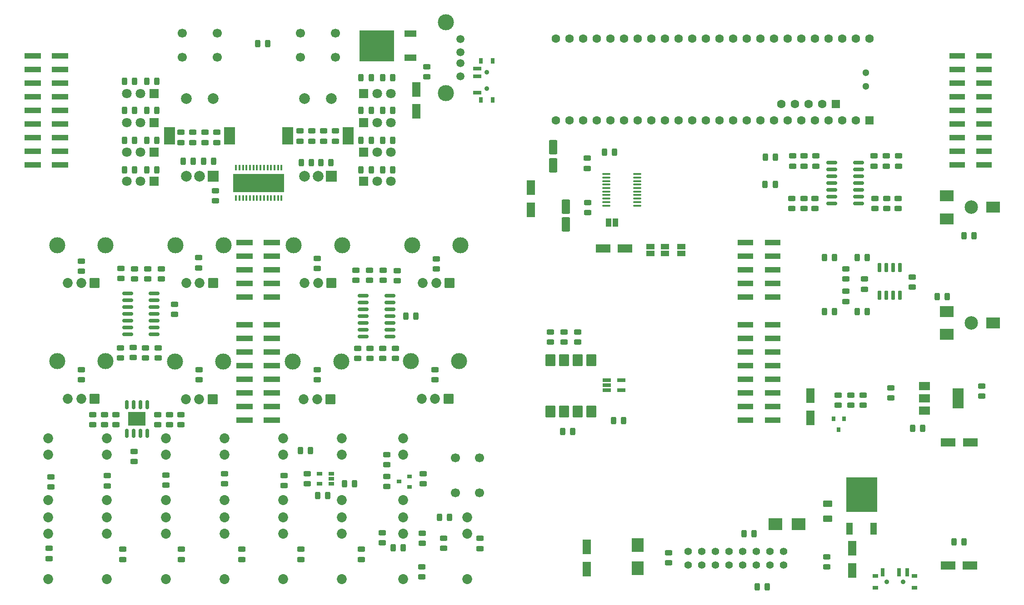
<source format=gbr>
%TF.GenerationSoftware,KiCad,Pcbnew,(6.0.1-0)*%
%TF.CreationDate,2022-04-07T21:47:18+00:00*%
%TF.ProjectId,fjol,666a6f6c-2e6b-4696-9361-645f70636258,rev?*%
%TF.SameCoordinates,Original*%
%TF.FileFunction,Soldermask,Top*%
%TF.FilePolarity,Negative*%
%FSLAX46Y46*%
G04 Gerber Fmt 4.6, Leading zero omitted, Abs format (unit mm)*
G04 Created by KiCad (PCBNEW (6.0.1-0)) date 2022-04-07 21:47:18*
%MOMM*%
%LPD*%
G01*
G04 APERTURE LIST*
G04 Aperture macros list*
%AMRoundRect*
0 Rectangle with rounded corners*
0 $1 Rounding radius*
0 $2 $3 $4 $5 $6 $7 $8 $9 X,Y pos of 4 corners*
0 Add a 4 corners polygon primitive as box body*
4,1,4,$2,$3,$4,$5,$6,$7,$8,$9,$2,$3,0*
0 Add four circle primitives for the rounded corners*
1,1,$1+$1,$2,$3*
1,1,$1+$1,$4,$5*
1,1,$1+$1,$6,$7*
1,1,$1+$1,$8,$9*
0 Add four rect primitives between the rounded corners*
20,1,$1+$1,$2,$3,$4,$5,0*
20,1,$1+$1,$4,$5,$6,$7,0*
20,1,$1+$1,$6,$7,$8,$9,0*
20,1,$1+$1,$8,$9,$2,$3,0*%
G04 Aperture macros list end*
%ADD10RoundRect,0.250000X0.625000X-0.375000X0.625000X0.375000X-0.625000X0.375000X-0.625000X-0.375000X0*%
%ADD11RoundRect,0.243750X0.243750X0.456250X-0.243750X0.456250X-0.243750X-0.456250X0.243750X-0.456250X0*%
%ADD12RoundRect,0.150000X0.150000X-0.725000X0.150000X0.725000X-0.150000X0.725000X-0.150000X-0.725000X0*%
%ADD13RoundRect,0.100000X-0.637500X-0.100000X0.637500X-0.100000X0.637500X0.100000X-0.637500X0.100000X0*%
%ADD14RoundRect,0.243750X0.456250X-0.243750X0.456250X0.243750X-0.456250X0.243750X-0.456250X-0.243750X0*%
%ADD15RoundRect,0.243750X-0.456250X0.243750X-0.456250X-0.243750X0.456250X-0.243750X0.456250X0.243750X0*%
%ADD16RoundRect,0.150000X0.825000X0.150000X-0.825000X0.150000X-0.825000X-0.150000X0.825000X-0.150000X0*%
%ADD17RoundRect,0.250000X1.137500X0.550000X-1.137500X0.550000X-1.137500X-0.550000X1.137500X-0.550000X0*%
%ADD18RoundRect,0.250000X-0.550000X1.137500X-0.550000X-1.137500X0.550000X-1.137500X0.550000X1.137500X0*%
%ADD19RoundRect,0.250000X0.550000X-1.137500X0.550000X1.137500X-0.550000X1.137500X-0.550000X-1.137500X0*%
%ADD20RoundRect,0.250000X0.550000X-1.075000X0.550000X1.075000X-0.550000X1.075000X-0.550000X-1.075000X0*%
%ADD21RoundRect,0.250000X-1.137500X-0.550000X1.137500X-0.550000X1.137500X0.550000X-1.137500X0.550000X0*%
%ADD22RoundRect,0.243750X-0.243750X-0.456250X0.243750X-0.456250X0.243750X0.456250X-0.243750X0.456250X0*%
%ADD23R,2.500000X2.300000*%
%ADD24R,2.300000X2.500000*%
%ADD25R,1.560000X0.650000*%
%ADD26R,3.150000X1.000000*%
%ADD27R,3.000000X1.000000*%
%ADD28R,0.900000X0.800000*%
%ADD29RoundRect,0.150000X-0.825000X-0.150000X0.825000X-0.150000X0.825000X0.150000X-0.825000X0.150000X0*%
%ADD30R,1.200000X2.200000*%
%ADD31R,5.800000X6.400000*%
%ADD32R,2.000000X1.500000*%
%ADD33R,2.000000X3.800000*%
%ADD34RoundRect,0.101600X-0.800000X-1.000000X0.800000X-1.000000X0.800000X1.000000X-0.800000X1.000000X0*%
%ADD35RoundRect,0.101600X0.800000X1.000000X-0.800000X1.000000X-0.800000X-1.000000X0.800000X-1.000000X0*%
%ADD36R,0.800000X0.900000*%
%ADD37R,2.200000X1.200000*%
%ADD38R,6.400000X5.800000*%
%ADD39C,2.500000*%
%ADD40R,2.500000X2.000000*%
%ADD41R,1.000000X0.800000*%
%ADD42C,0.900000*%
%ADD43R,0.700000X1.500000*%
%ADD44R,0.800000X1.000000*%
%ADD45R,1.500000X0.700000*%
%ADD46R,0.400000X1.100000*%
%ADD47R,9.500000X3.400000*%
%ADD48RoundRect,0.150000X-0.150000X0.662500X-0.150000X-0.662500X0.150000X-0.662500X0.150000X0.662500X0*%
%ADD49R,3.200000X2.514000*%
%ADD50R,1.060000X0.650000*%
%ADD51R,1.000000X1.500000*%
%ADD52R,1.500000X1.000000*%
%ADD53C,1.853200*%
%ADD54C,1.503200*%
%ADD55C,3.003200*%
%ADD56R,1.600000X1.600000*%
%ADD57C,1.600000*%
%ADD58C,1.300000*%
%ADD59RoundRect,0.101600X-0.825000X0.825000X-0.825000X-0.825000X0.825000X-0.825000X0.825000X0.825000X0*%
%ADD60C,2.997200*%
%ADD61C,1.700000*%
%ADD62C,1.422400*%
%ADD63R,2.000000X2.000000*%
%ADD64C,2.000000*%
%ADD65R,2.000000X3.200000*%
%ADD66R,1.800000X1.800000*%
%ADD67C,1.800000*%
G04 APERTURE END LIST*
D10*
%TO.C,L1*%
X243370100Y-146088100D03*
X243370100Y-143288100D03*
%TD*%
D11*
%TO.C,L2*%
X261061200Y-129235200D03*
X259186200Y-129235200D03*
%TD*%
D12*
%TO.C,U6*%
X252984000Y-104429000D03*
X254254000Y-104429000D03*
X255524000Y-104429000D03*
X256794000Y-104429000D03*
X256794000Y-99279000D03*
X255524000Y-99279000D03*
X254254000Y-99279000D03*
X252984000Y-99279000D03*
%TD*%
D13*
%TO.C,U8*%
X202115500Y-81860200D03*
X202115500Y-82510200D03*
X202115500Y-83160200D03*
X202115500Y-83810200D03*
X202115500Y-84460200D03*
X202115500Y-85110200D03*
X202115500Y-85760200D03*
X202115500Y-86410200D03*
X202115500Y-87060200D03*
X202115500Y-87710200D03*
X207840500Y-87710200D03*
X207840500Y-87060200D03*
X207840500Y-86410200D03*
X207840500Y-85760200D03*
X207840500Y-85110200D03*
X207840500Y-84460200D03*
X207840500Y-83810200D03*
X207840500Y-83160200D03*
X207840500Y-82510200D03*
X207840500Y-81860200D03*
%TD*%
D14*
%TO.C,R44*%
X241147600Y-80350600D03*
X241147600Y-78475600D03*
%TD*%
D11*
%TO.C,R45*%
X233591100Y-78651100D03*
X231716100Y-78651100D03*
%TD*%
D15*
%TO.C,R58*%
X252133100Y-86413100D03*
X252133100Y-88288100D03*
%TD*%
D16*
%TO.C,U10*%
X161776838Y-112111780D03*
X161776838Y-110841780D03*
X161776838Y-109571780D03*
X161776838Y-108301780D03*
X161776838Y-107031780D03*
X161776838Y-105761780D03*
X161776838Y-104491780D03*
X156826838Y-104491780D03*
X156826838Y-105761780D03*
X156826838Y-107031780D03*
X156826838Y-108301780D03*
X156826838Y-109571780D03*
X156826838Y-110841780D03*
X156826838Y-112111780D03*
%TD*%
D15*
%TO.C,C1*%
X272034000Y-121388900D03*
X272034000Y-123263900D03*
%TD*%
D17*
%TO.C,C2*%
X269905500Y-131826000D03*
X265780500Y-131826000D03*
%TD*%
D14*
%TO.C,C4*%
X245322000Y-124951500D03*
X245322000Y-123076500D03*
%TD*%
D18*
%TO.C,C6*%
X247942100Y-151612600D03*
X247942100Y-155737600D03*
%TD*%
D19*
%TO.C,C7*%
X198500000Y-155450000D03*
X198500000Y-151325000D03*
%TD*%
D15*
%TO.C,C8*%
X108613438Y-126721180D03*
X108613438Y-128596180D03*
%TD*%
%TO.C,C9*%
X120725938Y-126708680D03*
X120725938Y-128583680D03*
%TD*%
D18*
%TO.C,C14*%
X166705938Y-66056480D03*
X166705938Y-70181480D03*
%TD*%
D15*
%TO.C,C15*%
X259080000Y-101043500D03*
X259080000Y-102918500D03*
%TD*%
D14*
%TO.C,C16*%
X250190000Y-103299500D03*
X250190000Y-101424500D03*
%TD*%
D15*
%TO.C,C18*%
X168713438Y-61821180D03*
X168713438Y-63696180D03*
%TD*%
%TO.C,C19*%
X243205000Y-153162000D03*
X243205000Y-155037000D03*
%TD*%
D14*
%TO.C,C20*%
X198526400Y-80767400D03*
X198526400Y-78892400D03*
%TD*%
D20*
%TO.C,C21*%
X192227200Y-80191500D03*
X192227200Y-76841500D03*
%TD*%
D21*
%TO.C,C22*%
X201487500Y-95750000D03*
X205612500Y-95750000D03*
%TD*%
D20*
%TO.C,C23*%
X194564000Y-91235400D03*
X194564000Y-87885400D03*
%TD*%
D18*
%TO.C,C24*%
X188061600Y-84399100D03*
X188061600Y-88524100D03*
%TD*%
D11*
%TO.C,C25*%
X203680300Y-77774800D03*
X201805300Y-77774800D03*
%TD*%
D15*
%TO.C,C26*%
X198678800Y-87122000D03*
X198678800Y-88997000D03*
%TD*%
D14*
%TO.C,C27*%
X255117600Y-123545600D03*
X255117600Y-121670600D03*
%TD*%
%TO.C,C28*%
X246761000Y-105585500D03*
X246761000Y-103710500D03*
%TD*%
D15*
%TO.C,C29*%
X246761000Y-99519500D03*
X246761000Y-101394500D03*
%TD*%
D11*
%TO.C,C30*%
X265656300Y-104698800D03*
X263781300Y-104698800D03*
%TD*%
D15*
%TO.C,C32*%
X116299638Y-114245379D03*
X116299638Y-116120379D03*
%TD*%
%TO.C,C33*%
X113962838Y-114194580D03*
X113962838Y-116069580D03*
%TD*%
D14*
%TO.C,C42*%
X158023372Y-101659313D03*
X158023372Y-99784313D03*
%TD*%
%TO.C,C35*%
X114216838Y-101356046D03*
X114216838Y-99481046D03*
%TD*%
D15*
%TO.C,C36*%
X121688438Y-106121180D03*
X121688438Y-107996180D03*
%TD*%
D11*
%TO.C,C37*%
X166663438Y-108296180D03*
X164788438Y-108296180D03*
%TD*%
D15*
%TO.C,C38*%
X158124972Y-114296180D03*
X158124972Y-116171180D03*
%TD*%
%TO.C,C40*%
X160478705Y-114351578D03*
X160478705Y-116226578D03*
%TD*%
D14*
%TO.C,C41*%
X160580305Y-101676246D03*
X160580305Y-99801246D03*
%TD*%
%TO.C,C34*%
X119195238Y-101374512D03*
X119195238Y-99499512D03*
%TD*%
D22*
%TO.C,C46*%
X171064338Y-145830280D03*
X172939338Y-145830280D03*
%TD*%
D15*
%TO.C,C44*%
X236829600Y-78475600D03*
X236829600Y-80350600D03*
%TD*%
D14*
%TO.C,C45*%
X236639100Y-88288100D03*
X236639100Y-86413100D03*
%TD*%
%TO.C,C47*%
X256514600Y-88288100D03*
X256514600Y-86413100D03*
%TD*%
D15*
%TO.C,C48*%
X256578100Y-78475600D03*
X256578100Y-80350600D03*
%TD*%
D22*
%TO.C,D3*%
X194007500Y-129794000D03*
X195882500Y-129794000D03*
%TD*%
D23*
%TO.C,D1*%
X237909100Y-147104100D03*
X233609100Y-147104100D03*
%TD*%
D24*
%TO.C,D2*%
X207937100Y-155277600D03*
X207937100Y-150977600D03*
%TD*%
D25*
%TO.C,IC1*%
X202175000Y-120250000D03*
X202175000Y-121200000D03*
X202175000Y-122150000D03*
X204875000Y-122150000D03*
X204875000Y-120250000D03*
%TD*%
D26*
%TO.C,J6*%
X134730589Y-94591180D03*
X139780589Y-94591180D03*
X134730589Y-97131180D03*
X139780589Y-97131180D03*
X134730589Y-99671180D03*
X139780589Y-99671180D03*
X134730589Y-102211180D03*
X139780589Y-102211180D03*
X134730589Y-104751180D03*
X139780589Y-104751180D03*
%TD*%
D27*
%TO.C,J10*%
X233078100Y-94595000D03*
X228038100Y-94595000D03*
X233078100Y-97135000D03*
X228038100Y-97135000D03*
X233078100Y-99675000D03*
X228038100Y-99675000D03*
X233078100Y-102215000D03*
X228038100Y-102215000D03*
X233078100Y-104755000D03*
X228038100Y-104755000D03*
%TD*%
D11*
%TO.C,L4*%
X229654100Y-148882100D03*
X227779100Y-148882100D03*
%TD*%
D14*
%TO.C,L5*%
X213715600Y-154313100D03*
X213715600Y-152438100D03*
%TD*%
D22*
%TO.C,L7*%
X137200938Y-57546180D03*
X139075938Y-57546180D03*
%TD*%
D15*
%TO.C,L8*%
X171811338Y-149733780D03*
X171811338Y-151608780D03*
%TD*%
D14*
%TO.C,L9*%
X178605838Y-151642280D03*
X178605838Y-149767280D03*
%TD*%
D15*
%TO.C,L10*%
X167760038Y-155037780D03*
X167760038Y-156912780D03*
%TD*%
D22*
%TO.C,L11*%
X162375238Y-151532580D03*
X164250238Y-151532580D03*
%TD*%
D28*
%TO.C,Q1*%
X165488438Y-140121180D03*
X165488438Y-138221180D03*
X163488438Y-139171180D03*
%TD*%
D22*
%TO.C,R1*%
X203430900Y-127812800D03*
X205305900Y-127812800D03*
%TD*%
D15*
%TO.C,R3*%
X194221100Y-111290100D03*
X194221100Y-113165100D03*
%TD*%
D14*
%TO.C,R4*%
X196824600Y-113131600D03*
X196824600Y-111256600D03*
%TD*%
D15*
%TO.C,R2*%
X249986800Y-123065300D03*
X249986800Y-124940300D03*
%TD*%
D22*
%TO.C,R8*%
X242775500Y-97409000D03*
X244650500Y-97409000D03*
%TD*%
%TO.C,R10*%
X248871500Y-97409000D03*
X250746500Y-97409000D03*
%TD*%
D15*
%TO.C,R11*%
X126273372Y-118286280D03*
X126273372Y-120161280D03*
%TD*%
%TO.C,R12*%
X130988438Y-137708680D03*
X130988438Y-139583680D03*
%TD*%
%TO.C,R13*%
X104310838Y-118286280D03*
X104310838Y-120161280D03*
%TD*%
%TO.C,R14*%
X142088438Y-138046180D03*
X142088438Y-139921180D03*
%TD*%
%TO.C,R28*%
X148238438Y-97596180D03*
X148238438Y-99471180D03*
%TD*%
%TO.C,R29*%
X145204838Y-151799280D03*
X145204838Y-153674280D03*
%TD*%
%TO.C,R17*%
X104310838Y-98046180D03*
X104310838Y-99921180D03*
%TD*%
%TO.C,R18*%
X122916338Y-151799280D03*
X122916338Y-153674280D03*
%TD*%
%TO.C,R19*%
X118636438Y-114228446D03*
X118636438Y-116103446D03*
%TD*%
%TO.C,R20*%
X111626038Y-114211513D03*
X111626038Y-116086513D03*
%TD*%
D14*
%TO.C,R34*%
X155466438Y-101642380D03*
X155466438Y-99767380D03*
%TD*%
%TO.C,R22*%
X111727638Y-101337580D03*
X111727638Y-99462580D03*
%TD*%
D15*
%TO.C,R23*%
X148235905Y-118286280D03*
X148235905Y-120161280D03*
%TD*%
%TO.C,R24*%
X111994338Y-151799280D03*
X111994338Y-153674280D03*
%TD*%
%TO.C,R25*%
X170198438Y-118286280D03*
X170198438Y-120161280D03*
%TD*%
%TO.C,R26*%
X170413438Y-97621180D03*
X170413438Y-99496180D03*
%TD*%
%TO.C,R27*%
X156507838Y-151799280D03*
X156507838Y-153674280D03*
%TD*%
%TO.C,R15*%
X126188438Y-97446180D03*
X126188438Y-99321180D03*
%TD*%
%TO.C,R16*%
X134219338Y-151799280D03*
X134219338Y-153674280D03*
%TD*%
%TO.C,R31*%
X155771238Y-114314646D03*
X155771238Y-116189646D03*
%TD*%
%TO.C,R32*%
X162832438Y-114333112D03*
X162832438Y-116208112D03*
%TD*%
D14*
%TO.C,R33*%
X163137238Y-101693179D03*
X163137238Y-99818179D03*
%TD*%
%TO.C,R21*%
X116706038Y-101392978D03*
X116706038Y-99517978D03*
%TD*%
D22*
%TO.C,R30*%
X160463438Y-63846180D03*
X162338438Y-63846180D03*
%TD*%
%TO.C,R35*%
X156438438Y-63846180D03*
X158313438Y-63846180D03*
%TD*%
D14*
%TO.C,R50*%
X167810838Y-150689780D03*
X167810838Y-148814780D03*
%TD*%
%TO.C,R54*%
X98638438Y-140146180D03*
X98638438Y-138271180D03*
%TD*%
%TO.C,R55*%
X98338438Y-153496180D03*
X98338438Y-151621180D03*
%TD*%
D22*
%TO.C,R36*%
X160463438Y-69946180D03*
X162338438Y-69946180D03*
%TD*%
%TO.C,R37*%
X156438438Y-69946180D03*
X158313438Y-69946180D03*
%TD*%
D15*
%TO.C,R42*%
X241020600Y-86413100D03*
X241020600Y-88288100D03*
%TD*%
D11*
%TO.C,R43*%
X233576100Y-83731100D03*
X231701100Y-83731100D03*
%TD*%
D14*
%TO.C,R38*%
X167988438Y-139571180D03*
X167988438Y-137696180D03*
%TD*%
D15*
%TO.C,R48*%
X238988600Y-78475600D03*
X238988600Y-80350600D03*
%TD*%
D14*
%TO.C,R49*%
X238925100Y-88288100D03*
X238925100Y-86413100D03*
%TD*%
%TO.C,R40*%
X161238438Y-136021180D03*
X161238438Y-134146180D03*
%TD*%
%TO.C,R62*%
X254355600Y-88288100D03*
X254355600Y-86413100D03*
%TD*%
D15*
%TO.C,R63*%
X254292100Y-78475600D03*
X254292100Y-80350600D03*
%TD*%
D16*
%TO.C,U9*%
X117898338Y-111730780D03*
X117898338Y-110460780D03*
X117898338Y-109190780D03*
X117898338Y-107920780D03*
X117898338Y-106650780D03*
X117898338Y-105380780D03*
X117898338Y-104110780D03*
X112948338Y-104110780D03*
X112948338Y-105380780D03*
X112948338Y-106650780D03*
X112948338Y-107920780D03*
X112948338Y-109190780D03*
X112948338Y-110460780D03*
X112948338Y-111730780D03*
%TD*%
D29*
%TO.C,U11*%
X244133600Y-79730600D03*
X244133600Y-81000600D03*
X244133600Y-82270600D03*
X244133600Y-83540600D03*
X244133600Y-84810600D03*
X244133600Y-86080600D03*
X244133600Y-87350600D03*
X249083600Y-87350600D03*
X249083600Y-86080600D03*
X249083600Y-84810600D03*
X249083600Y-83540600D03*
X249083600Y-82270600D03*
X249083600Y-81000600D03*
X249083600Y-79730600D03*
%TD*%
D30*
%TO.C,U1*%
X247377600Y-147919100D03*
D31*
X249657600Y-141619100D03*
D30*
X251937600Y-147919100D03*
%TD*%
D32*
%TO.C,U2*%
X261390600Y-121372600D03*
D33*
X267690600Y-123672600D03*
D32*
X261390600Y-123672600D03*
X261390600Y-125972600D03*
%TD*%
D34*
%TO.C,U3*%
X191744600Y-126093100D03*
X194284600Y-126093100D03*
X196824600Y-126093100D03*
X199364600Y-126093100D03*
D35*
X199364600Y-116553100D03*
X196824600Y-116553100D03*
X194284600Y-116553100D03*
X191744600Y-116553100D03*
%TD*%
D36*
%TO.C,U4*%
X246364800Y-127473200D03*
X244464800Y-127473200D03*
X245414800Y-129473200D03*
%TD*%
D37*
%TO.C,U5*%
X165635438Y-60188180D03*
D38*
X159335438Y-57908180D03*
D37*
X165635438Y-55628180D03*
%TD*%
D39*
%TO.C,LEFT1*%
X270099200Y-109588300D03*
D40*
X265499200Y-111738300D03*
X274149200Y-109588300D03*
X265499200Y-107438300D03*
%TD*%
D14*
%TO.C,L6*%
X247650000Y-124940300D03*
X247650000Y-123065300D03*
%TD*%
D15*
%TO.C,R5*%
X129288438Y-84958680D03*
X129288438Y-86833680D03*
%TD*%
D22*
%TO.C,R52*%
X160463438Y-75521180D03*
X162338438Y-75521180D03*
%TD*%
D11*
%TO.C,R53*%
X158313438Y-75521180D03*
X156438438Y-75521180D03*
%TD*%
D41*
%TO.C,SW1*%
X259529600Y-156738100D03*
D42*
X257379600Y-157848100D03*
D41*
X252229600Y-156738100D03*
X252229600Y-158948100D03*
X259529600Y-158948100D03*
D42*
X254379600Y-157848100D03*
D43*
X253629600Y-156088100D03*
X256629600Y-156088100D03*
X258129600Y-156088100D03*
%TD*%
D44*
%TO.C,SW2*%
X180957838Y-60745780D03*
D42*
X179857838Y-65895780D03*
X179857838Y-62895780D03*
D44*
X178747838Y-68045780D03*
X180957838Y-68045780D03*
X178747838Y-60745780D03*
D45*
X178097838Y-66645780D03*
X178097838Y-63645780D03*
X178097838Y-62145780D03*
%TD*%
D21*
%TO.C,C10*%
X265755100Y-154838400D03*
X269880100Y-154838400D03*
%TD*%
D11*
%TO.C,L3*%
X232100600Y-158788100D03*
X230225600Y-158788100D03*
%TD*%
D22*
%TO.C,C17*%
X266880100Y-150368000D03*
X268755100Y-150368000D03*
%TD*%
D18*
%TO.C,C5*%
X240172000Y-123126500D03*
X240172000Y-127251500D03*
%TD*%
D26*
%TO.C,J7*%
X134730589Y-109931180D03*
X139780589Y-109931180D03*
X134730589Y-112471180D03*
X139780589Y-112471180D03*
X134730589Y-115011180D03*
X139780589Y-115011180D03*
X134730589Y-117551180D03*
X139780589Y-117551180D03*
X134730589Y-120091180D03*
X139780589Y-120091180D03*
X134730589Y-122631180D03*
X139780589Y-122631180D03*
X134730589Y-125171180D03*
X139780589Y-125171180D03*
X134730589Y-127711180D03*
X139780589Y-127711180D03*
%TD*%
D27*
%TO.C,J8*%
X233078100Y-109935000D03*
X228038100Y-109935000D03*
X233078100Y-112475000D03*
X228038100Y-112475000D03*
X233078100Y-115015000D03*
X228038100Y-115015000D03*
X233078100Y-117555000D03*
X228038100Y-117555000D03*
X233078100Y-120095000D03*
X228038100Y-120095000D03*
X233078100Y-122635000D03*
X228038100Y-122635000D03*
X233078100Y-125175000D03*
X228038100Y-125175000D03*
X233078100Y-127715000D03*
X228038100Y-127715000D03*
%TD*%
D26*
%TO.C,J5*%
X100338838Y-80107780D03*
X95288838Y-80107780D03*
X100338838Y-77567780D03*
X95288838Y-77567780D03*
X100338838Y-75027780D03*
X95288838Y-75027780D03*
X100338838Y-72487780D03*
X95288838Y-72487780D03*
X100338838Y-69947780D03*
X95288838Y-69947780D03*
X100338838Y-67407780D03*
X95288838Y-67407780D03*
X100338838Y-64867780D03*
X95288838Y-64867780D03*
X100338838Y-62327780D03*
X95288838Y-62327780D03*
X100338838Y-59787780D03*
X95288838Y-59787780D03*
%TD*%
D27*
%TO.C,J9*%
X267476600Y-80111600D03*
X272516600Y-80111600D03*
X267476600Y-77571600D03*
X272516600Y-77571600D03*
X267476600Y-75031600D03*
X272516600Y-75031600D03*
X267476600Y-72491600D03*
X272516600Y-72491600D03*
X267476600Y-69951600D03*
X272516600Y-69951600D03*
X267476600Y-67411600D03*
X272516600Y-67411600D03*
X267476600Y-64871600D03*
X272516600Y-64871600D03*
X267476600Y-62331600D03*
X272516600Y-62331600D03*
X267476600Y-59791600D03*
X272516600Y-59791600D03*
%TD*%
D14*
%TO.C,R41*%
X161213438Y-140096180D03*
X161213438Y-138221180D03*
%TD*%
%TO.C,R51*%
X160394038Y-150613580D03*
X160394038Y-148738580D03*
%TD*%
%TO.C,C3*%
X191681100Y-113131600D03*
X191681100Y-111256600D03*
%TD*%
D22*
%TO.C,R7*%
X242775500Y-107442000D03*
X244650500Y-107442000D03*
%TD*%
%TO.C,R9*%
X248871500Y-107442000D03*
X250746500Y-107442000D03*
%TD*%
D39*
%TO.C,RIGHT1*%
X270099200Y-88023700D03*
D40*
X265499200Y-90173700D03*
X274149200Y-88023700D03*
X265499200Y-85873700D03*
%TD*%
D22*
%TO.C,C31*%
X268721600Y-93332300D03*
X270596600Y-93332300D03*
%TD*%
D14*
%TO.C,R60*%
X252006100Y-80350600D03*
X252006100Y-78475600D03*
%TD*%
D22*
%TO.C,C39*%
X148963438Y-79746180D03*
X150838438Y-79746180D03*
%TD*%
D11*
%TO.C,C43*%
X147188438Y-79746180D03*
X145313438Y-79746180D03*
%TD*%
D22*
%TO.C,C51*%
X127063438Y-79496180D03*
X128938438Y-79496180D03*
%TD*%
D11*
%TO.C,C52*%
X125163438Y-79496180D03*
X123288438Y-79496180D03*
%TD*%
D14*
%TO.C,R82*%
X151688438Y-75696180D03*
X151688438Y-73821180D03*
%TD*%
%TO.C,R83*%
X149488438Y-75696180D03*
X149488438Y-73821180D03*
%TD*%
%TO.C,R84*%
X147288438Y-75696180D03*
X147288438Y-73821180D03*
%TD*%
D15*
%TO.C,R85*%
X145088438Y-73821180D03*
X145088438Y-75696180D03*
%TD*%
D14*
%TO.C,R86*%
X129588438Y-75946180D03*
X129588438Y-74071180D03*
%TD*%
%TO.C,R87*%
X127338438Y-75946180D03*
X127338438Y-74071180D03*
%TD*%
%TO.C,R88*%
X125088438Y-75946180D03*
X125088438Y-74071180D03*
%TD*%
D15*
%TO.C,R89*%
X122838438Y-74071180D03*
X122838438Y-75946180D03*
%TD*%
D22*
%TO.C,R64*%
X160463438Y-81046180D03*
X162338438Y-81046180D03*
%TD*%
D11*
%TO.C,R65*%
X158313438Y-81046180D03*
X156438438Y-81046180D03*
%TD*%
D14*
%TO.C,R66*%
X106463438Y-128596180D03*
X106463438Y-126721180D03*
%TD*%
D15*
%TO.C,R67*%
X109113438Y-138083680D03*
X109113438Y-139958680D03*
%TD*%
D14*
%TO.C,R68*%
X122863438Y-128583680D03*
X122863438Y-126708680D03*
%TD*%
D15*
%TO.C,R69*%
X120100938Y-137933680D03*
X120100938Y-139808680D03*
%TD*%
%TO.C,R70*%
X110763438Y-126721180D03*
X110763438Y-128596180D03*
%TD*%
%TO.C,R71*%
X118588438Y-126708680D03*
X118588438Y-128583680D03*
%TD*%
D11*
%TO.C,R72*%
X114263438Y-64571180D03*
X112388438Y-64571180D03*
%TD*%
%TO.C,R73*%
X118363438Y-64571180D03*
X116488438Y-64571180D03*
%TD*%
%TO.C,R74*%
X114263438Y-69946180D03*
X112388438Y-69946180D03*
%TD*%
%TO.C,R75*%
X118363438Y-69946180D03*
X116488438Y-69946180D03*
%TD*%
%TO.C,R76*%
X114263438Y-75521180D03*
X112388438Y-75521180D03*
%TD*%
%TO.C,R77*%
X118363438Y-75521180D03*
X116488438Y-75521180D03*
%TD*%
%TO.C,R78*%
X114263438Y-81046180D03*
X112388438Y-81046180D03*
%TD*%
%TO.C,R79*%
X118363438Y-81046180D03*
X116488438Y-81046180D03*
%TD*%
D46*
%TO.C,U12*%
X133149639Y-86346180D03*
X133799639Y-86346180D03*
X134449639Y-86346180D03*
X135099639Y-86346180D03*
X135749639Y-86346180D03*
X136399639Y-86346180D03*
X137049639Y-86346180D03*
X137699639Y-86346180D03*
X138349639Y-86346180D03*
X138999639Y-86346180D03*
X139649639Y-86346180D03*
X140299639Y-86346180D03*
X140949639Y-86346180D03*
X141599639Y-86346180D03*
X141599639Y-80646180D03*
X140949639Y-80646180D03*
X140299639Y-80646180D03*
X139649639Y-80646180D03*
X138999639Y-80646180D03*
X138349639Y-80646180D03*
X137699639Y-80646180D03*
X137049639Y-80646180D03*
X136399639Y-80646180D03*
X135749639Y-80646180D03*
X135099639Y-80646180D03*
X134449639Y-80646180D03*
X133799639Y-80646180D03*
X133149639Y-80646180D03*
D47*
X137374639Y-83496180D03*
%TD*%
D14*
%TO.C,C11*%
X114188438Y-135396180D03*
X114188438Y-133521180D03*
%TD*%
D11*
%TO.C,C12*%
X147038438Y-133371180D03*
X145163438Y-133371180D03*
%TD*%
D14*
%TO.C,R39*%
X146413438Y-139571180D03*
X146413438Y-137696180D03*
%TD*%
D22*
%TO.C,R80*%
X148338438Y-141771180D03*
X150213438Y-141771180D03*
%TD*%
D11*
%TO.C,R81*%
X155213438Y-139571180D03*
X153338438Y-139571180D03*
%TD*%
D48*
%TO.C,U13*%
X116568438Y-124858680D03*
X115298438Y-124858680D03*
X114028438Y-124858680D03*
X112758438Y-124858680D03*
X112758438Y-130133680D03*
X114028438Y-130133680D03*
X115298438Y-130133680D03*
X116568438Y-130133680D03*
D49*
X114663438Y-127496180D03*
%TD*%
D50*
%TO.C,U14*%
X150863438Y-139596180D03*
X150863438Y-138646180D03*
X150863438Y-137696180D03*
X148663438Y-137696180D03*
X148663438Y-139596180D03*
%TD*%
D51*
%TO.C,demp1*%
X202550000Y-90850000D03*
X203850000Y-90850000D03*
%TD*%
D52*
%TO.C,xsmt1*%
X210350000Y-96650000D03*
X210350000Y-95350000D03*
%TD*%
%TO.C,flt1*%
X213050000Y-96650000D03*
X213050000Y-95350000D03*
%TD*%
%TO.C,fmt1*%
X216050000Y-96650000D03*
X216050000Y-95350000D03*
%TD*%
D53*
%TO.C,CV-RAT1*%
X141912082Y-157358929D03*
X141912082Y-148858929D03*
X141912082Y-145858929D03*
%TD*%
%TO.C,CV-REL1*%
X109100602Y-157358929D03*
X109100602Y-148858929D03*
X109100602Y-145858929D03*
%TD*%
%TO.C,CV-PM1*%
X152849242Y-157358929D03*
X152849242Y-148858929D03*
X152849242Y-145858929D03*
%TD*%
%TO.C,CV-RAT2*%
X120037762Y-157358929D03*
X120037762Y-148858929D03*
X120037762Y-145858929D03*
%TD*%
%TO.C,CV-PM2*%
X130974922Y-157358929D03*
X130974922Y-148858929D03*
X130974922Y-145858929D03*
%TD*%
%TO.C,LEFT-OUT1*%
X98163438Y-142626929D03*
X98163438Y-134126929D03*
X98163438Y-131126929D03*
%TD*%
%TO.C,GATE-OUT1*%
X164286402Y-142626929D03*
X164286402Y-134126929D03*
X164286402Y-131126929D03*
%TD*%
%TO.C,RIGHT-OUT1*%
X98163438Y-157346180D03*
X98163438Y-148846180D03*
X98163438Y-145846180D03*
%TD*%
D54*
%TO.C,X1*%
X174922838Y-63652780D03*
X174922838Y-61152780D03*
X174922838Y-59152780D03*
X174922838Y-56652780D03*
D55*
X172212838Y-53582780D03*
X172212838Y-66722780D03*
%TD*%
D53*
%TO.C,CV-CTL2*%
X130974922Y-142626929D03*
X130974922Y-134126929D03*
X130974922Y-131126929D03*
%TD*%
%TO.C,cv-cutoff1*%
X141912082Y-142626929D03*
X141912082Y-134126929D03*
X141912082Y-131126929D03*
%TD*%
D56*
%TO.C,U7*%
X251180600Y-71856600D03*
D57*
X248640600Y-71856600D03*
X246100600Y-71856600D03*
X243560600Y-71856600D03*
X241020600Y-71856600D03*
X238480600Y-71856600D03*
X235940600Y-71856600D03*
X233400600Y-71856600D03*
X230860600Y-71856600D03*
X228320600Y-71856600D03*
X225780600Y-71856600D03*
X223240600Y-71856600D03*
X220700600Y-71856600D03*
X218160600Y-71856600D03*
X215620600Y-71856600D03*
X213080600Y-71856600D03*
X210540600Y-71856600D03*
X208000600Y-71856600D03*
X205460600Y-71856600D03*
X202920600Y-71856600D03*
X200380600Y-71856600D03*
X197840600Y-71856600D03*
X195300600Y-71856600D03*
X192760600Y-71856600D03*
X192760600Y-56616600D03*
X195300600Y-56616600D03*
X197840600Y-56616600D03*
X200380600Y-56616600D03*
X202920600Y-56616600D03*
X205460600Y-56616600D03*
X208000600Y-56616600D03*
X210540600Y-56616600D03*
X213080600Y-56616600D03*
X215620600Y-56616600D03*
X218160600Y-56616600D03*
X220700600Y-56616600D03*
X223240600Y-56616600D03*
X225780600Y-56616600D03*
X228320600Y-56616600D03*
X230860600Y-56616600D03*
X233400600Y-56616600D03*
X235940600Y-56616600D03*
X238480600Y-56616600D03*
X241020600Y-56616600D03*
X243560600Y-56616600D03*
X246100600Y-56616600D03*
X248640600Y-56616600D03*
X251180600Y-56616600D03*
D56*
X244881400Y-68805800D03*
D57*
X242341400Y-68805800D03*
X239801400Y-68805800D03*
X237261400Y-68805800D03*
X234721400Y-68805800D03*
D58*
X250450600Y-62966600D03*
X250450600Y-65506600D03*
%TD*%
D59*
%TO.C,ATTACK1*%
X172700338Y-123732280D03*
D53*
X170200338Y-123732280D03*
X167700338Y-123732280D03*
D60*
X174700338Y-116732280D03*
X165700338Y-116732280D03*
%TD*%
D59*
%TO.C,cutoff1*%
X128768338Y-123795780D03*
D53*
X126268338Y-123795780D03*
X123768338Y-123795780D03*
D60*
X130768338Y-116795780D03*
X121768338Y-116795780D03*
%TD*%
D59*
%TO.C,RELEASE1*%
X150734338Y-123795780D03*
D53*
X148234338Y-123795780D03*
X145734338Y-123795780D03*
D60*
X152734338Y-116795780D03*
X143734338Y-116795780D03*
%TD*%
D61*
%TO.C,sw-midi1*%
X178473562Y-141246180D03*
X178473562Y-134746180D03*
X173973562Y-141246180D03*
X173973562Y-134746180D03*
%TD*%
D59*
%TO.C,CTL2*%
X106802338Y-123747280D03*
D53*
X104302338Y-123747280D03*
X101802338Y-123747280D03*
D60*
X108802338Y-116747280D03*
X99802338Y-116747280D03*
%TD*%
D53*
%TO.C,MIDI-IN1*%
X176223562Y-157358929D03*
X176223562Y-148858929D03*
X176223562Y-145858929D03*
%TD*%
%TO.C,MIDI-THRU1*%
X164286402Y-157358929D03*
X164286402Y-148858929D03*
X164286402Y-145858929D03*
%TD*%
D62*
%TO.C,J1*%
X217322400Y-152196800D03*
X217322400Y-154736800D03*
X219862400Y-152196800D03*
X219862400Y-154736800D03*
X222402400Y-152196800D03*
X222402400Y-154736800D03*
X224942400Y-152196800D03*
X224942400Y-154736800D03*
X227482400Y-152196800D03*
X227482400Y-154736800D03*
X230022400Y-152196800D03*
X230022400Y-154736800D03*
X232562400Y-152196800D03*
X232562400Y-154736800D03*
X235102400Y-152196800D03*
X235102400Y-154736800D03*
%TD*%
D61*
%TO.C,sw-sel2*%
X123103372Y-60096180D03*
X129603372Y-60096180D03*
X123103372Y-55596180D03*
X129603372Y-55596180D03*
%TD*%
D63*
%TO.C,SW3*%
X150895905Y-82246180D03*
D64*
X145895905Y-82246180D03*
X148395905Y-82246180D03*
D65*
X153995905Y-74746180D03*
X142795905Y-74746180D03*
D64*
X145895905Y-67746180D03*
X150895905Y-67746180D03*
%TD*%
D63*
%TO.C,SW4*%
X128853372Y-82246180D03*
D64*
X123853372Y-82246180D03*
X126353372Y-82246180D03*
D65*
X120753372Y-74746180D03*
X131953372Y-74746180D03*
D64*
X123853372Y-67746180D03*
X128853372Y-67746180D03*
%TD*%
D53*
%TO.C,CV-CTL3*%
X120037762Y-142626929D03*
X120037762Y-134126929D03*
X120037762Y-131126929D03*
%TD*%
%TO.C,CV-CTL4*%
X109100602Y-142626929D03*
X109100602Y-134126929D03*
X109100602Y-131126929D03*
%TD*%
D66*
%TO.C,D5*%
X156867172Y-66821180D03*
D67*
X159407172Y-66821180D03*
X161947172Y-66821180D03*
%TD*%
D66*
%TO.C,D6*%
X156867172Y-72271180D03*
D67*
X159407172Y-72271180D03*
X161947172Y-72271180D03*
%TD*%
D66*
%TO.C,D7*%
X156867172Y-77721180D03*
D67*
X159407172Y-77721180D03*
X161947172Y-77721180D03*
%TD*%
D66*
%TO.C,D8*%
X156867172Y-83171180D03*
D67*
X159407172Y-83171180D03*
X161947172Y-83171180D03*
%TD*%
D66*
%TO.C,D9*%
X117882105Y-66821180D03*
D67*
X115342105Y-66821180D03*
X112802105Y-66821180D03*
%TD*%
D66*
%TO.C,D10*%
X117882105Y-72271180D03*
D67*
X115342105Y-72271180D03*
X112802105Y-72271180D03*
%TD*%
D66*
%TO.C,D11*%
X117882105Y-77721180D03*
D67*
X115342105Y-77721180D03*
X112802105Y-77721180D03*
%TD*%
D66*
%TO.C,D12*%
X117882105Y-83171180D03*
D67*
X115342105Y-83171180D03*
X112802105Y-83171180D03*
%TD*%
D61*
%TO.C,sw-sel1*%
X145145905Y-60096180D03*
X151645905Y-60096180D03*
X145145905Y-55596180D03*
X151645905Y-55596180D03*
%TD*%
D53*
%TO.C,env-out1*%
X152849242Y-142626929D03*
X152849242Y-134126929D03*
X152849242Y-131126929D03*
%TD*%
D59*
%TO.C,PM2*%
X128853373Y-102133480D03*
D53*
X126353373Y-102133480D03*
X123853373Y-102133480D03*
D60*
X130853373Y-95133480D03*
X121853373Y-95133480D03*
%TD*%
D59*
%TO.C,RATIO1*%
X150895905Y-102133480D03*
D53*
X148395905Y-102133480D03*
X145895905Y-102133480D03*
D60*
X152895905Y-95133480D03*
X143895905Y-95133480D03*
%TD*%
D59*
%TO.C,RATIO2*%
X106810838Y-102133480D03*
D53*
X104310838Y-102133480D03*
X101810838Y-102133480D03*
D60*
X108810838Y-95133480D03*
X99810838Y-95133480D03*
%TD*%
D59*
%TO.C,PM1*%
X172938438Y-102133480D03*
D53*
X170438438Y-102133480D03*
X167938438Y-102133480D03*
D60*
X174938438Y-95133480D03*
X165938438Y-95133480D03*
%TD*%
M02*

</source>
